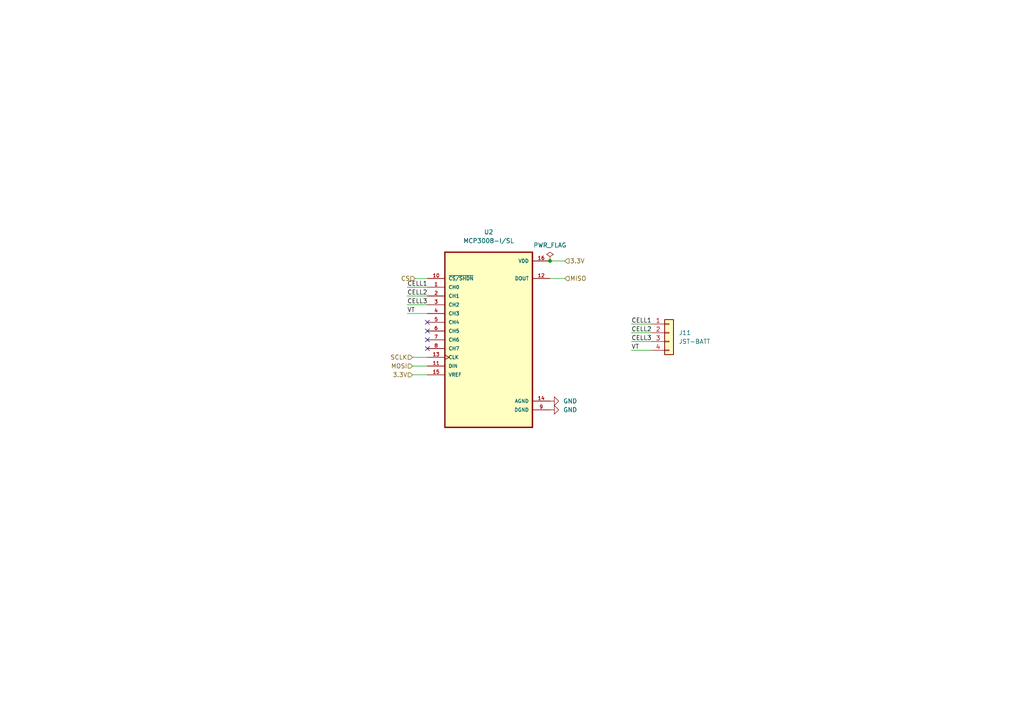
<source format=kicad_sch>
(kicad_sch (version 20211123) (generator eeschema)
  (paper "A4")
  (lib_symbols
    (symbol "24V_Li_batt:Conn_01x04" (pin_names (offset 1.016) hide)
      (property "Reference" "J" (at 0 5.08 0))
      (property "Value" "Conn_01x04" (at 0 -7.62 0))
      (symbol "Conn_01x04_1_1"
        (rectangle (start -1.27 -4.953) (end 0 -5.207) (stroke (width 0.1524)))
        (rectangle (start -1.27 -2.413) (end 0 -2.667) (stroke (width 0.1524)))
        (rectangle (start -1.27 0.127) (end 0 -0.127) (stroke (width 0.1524)))
        (rectangle (start -1.27 2.667) (end 0 2.413) (stroke (width 0.1524)))
        (rectangle (start -1.27 3.81) (end 1.27 -6.35) (stroke (width 0.254)) (fill (type background)))
        (pin passive line (at -5.08 2.54 0) (length 3.81) (name "Pin_1") (number "1"))
        (pin passive line (at -5.08 0 0) (length 3.81) (name "Pin_2") (number "2"))
        (pin passive line (at -5.08 -2.54 0) (length 3.81) (name "Pin_3") (number "3"))
        (pin passive line (at -5.08 -5.08 0) (length 3.81) (name "Pin_4") (number "4"))
      )
    )
    (symbol "MCP3008-I_SL:MCP3008-I{slash}SL" (pin_names (offset 1.016))
      (property "Reference" "U" (at -12.7 26.3906 0))
      (property "Value" "MCP3008-I{slash}SL" (at -12.7 -29.3878 0))
      (symbol "MCP3008-I{slash}SL_0_0"
        (rectangle (start -12.7 -25.4) (end 12.7 25.4) (stroke (width 0.4064)) (fill (type background)))
        (pin input line (at -17.78 15.24 0) (length 5.08) (name "CH0") (number "1"))
        (pin input line (at -17.78 17.78 0) (length 5.08) (name "~{CS/SHDN}") (number "10"))
        (pin input line (at -17.78 -7.62 0) (length 5.08) (name "DIN") (number "11"))
        (pin output line (at 17.78 17.78 180) (length 5.08) (name "DOUT") (number "12"))
        (pin input clock (at -17.78 -5.08 0) (length 5.08) (name "CLK") (number "13"))
        (pin power_in line (at 17.78 -17.78 180) (length 5.08) (name "AGND") (number "14"))
        (pin input line (at -17.78 -10.16 0) (length 5.08) (name "VREF") (number "15"))
        (pin power_in line (at 17.78 22.86 180) (length 5.08) (name "VDD") (number "16"))
        (pin input line (at -17.78 12.7 0) (length 5.08) (name "CH1") (number "2"))
        (pin input line (at -17.78 10.16 0) (length 5.08) (name "CH2") (number "3"))
        (pin input line (at -17.78 7.62 0) (length 5.08) (name "CH3") (number "4"))
        (pin input line (at -17.78 5.08 0) (length 5.08) (name "CH4") (number "5"))
        (pin input line (at -17.78 2.54 0) (length 5.08) (name "CH5") (number "6"))
        (pin input line (at -17.78 0 0) (length 5.08) (name "CH6") (number "7"))
        (pin input line (at -17.78 -2.54 0) (length 5.08) (name "CH7") (number "8"))
        (pin power_in line (at 17.78 -20.32 180) (length 5.08) (name "DGND") (number "9"))
      )
    )
    (symbol "power:GND" (power) (pin_names (offset 0))
      (property "Value" "GND" (at 0 -3.81 0))
      (symbol "GND_0_1"
        (polyline (pts (xy 0 0) (xy 0 -1.27) (xy 1.27 -1.27) (xy 0 -2.54) (xy -1.27 -1.27) (xy 0 -1.27)))
      )
      (symbol "GND_1_1"
        (pin power_in line (at 0 0 270) (length 0) hide (name "GND") (number "1"))
      )
    )
    (symbol "power:PWR_FLAG" (power) (pin_numbers hide) (pin_names (offset 0) hide)
      (property "Value" "PWR_FLAG" (at 0 3.81 0))
      (symbol "PWR_FLAG_0_0"
        (pin power_out line (at 0 0 90) (length 0) (name "pwr") (number "1"))
      )
      (symbol "PWR_FLAG_0_1"
        (polyline (pts (xy 0 0) (xy 0 1.27) (xy -1.016 1.905) (xy 0 2.54) (xy 1.016 1.905) (xy 0 1.27)))
      )
    )
  )
  (junction (at 159.512 75.692))
  (no_connect (at 123.952 96.012))
  (no_connect (at 123.952 98.552))
  (no_connect (at 123.952 101.092))
  (no_connect (at 123.952 93.472))
  (wire (pts (xy 183.134 93.98) (xy 188.976 93.98)))
  (wire (pts (xy 120.396 80.772) (xy 123.952 80.772)))
  (wire (pts (xy 118.11 90.932) (xy 123.952 90.932)))
  (wire (pts (xy 118.11 88.392) (xy 123.952 88.392)))
  (wire (pts (xy 119.634 106.172) (xy 123.952 106.172)))
  (wire (pts (xy 183.134 101.6) (xy 188.976 101.6)))
  (wire (pts (xy 123.952 108.712) (xy 119.634 108.712)))
  (wire (pts (xy 159.512 80.772) (xy 163.83 80.772)))
  (wire (pts (xy 118.11 83.312) (xy 123.952 83.312)))
  (wire (pts (xy 183.134 99.06) (xy 188.976 99.06)))
  (wire (pts (xy 118.11 85.852) (xy 123.952 85.852)))
  (wire (pts (xy 119.634 103.632) (xy 123.952 103.632)))
  (wire (pts (xy 183.134 96.52) (xy 188.976 96.52)))
  (wire (pts (xy 159.512 75.692) (xy 163.83 75.692)))
  (label "VT" (at 118.11 90.932 0))
  (label "CELL2" (at 118.11 85.852 0))
  (label "CELL1" (at 183.134 93.98 0))
  (label "CELL3" (at 183.134 99.06 0))
  (label "CELL2" (at 183.134 96.52 0))
  (label "CELL3" (at 118.11 88.392 0))
  (label "VT" (at 183.134 101.6 0))
  (label "CELL1" (at 118.11 83.312 0))
  (hierarchical_label "MISO" (shape input) (at 163.83 80.772 0))
  (hierarchical_label "3.3V" (shape input) (at 119.634 108.712 180))
  (hierarchical_label "MOSI" (shape input) (at 119.634 106.172 180))
  (hierarchical_label "3.3V" (shape input) (at 163.83 75.692 0))
  (hierarchical_label "SCLK" (shape input) (at 119.634 103.632 180))
  (hierarchical_label "CS" (shape input) (at 120.396 80.772 180))
  (symbol (lib_id "power:GND") (at 159.512 116.332 90) (unit 1)
    (property "Reference" "#PWR0110" (effects hide))
    (property "Value" "GND" (at 163.322 116.3319 90) (effects (justify right)))
  )
  (symbol (lib_id "power:GND") (at 159.512 118.872 90) (unit 1)
    (property "Reference" "#PWR0109" (effects hide))
    (property "Value" "GND" (at 163.322 118.8719 90) (effects (justify right)))
  )
  (symbol (lib_id "MCP3008-I_SL:MCP3008-I{slash}SL") (at 141.732 98.552 0) (unit 1)
    (property "Reference" "U2" (at 141.732 67.31 0))
    (property "Value" "MCP3008-I/SL" (at 141.732 69.85 0))
    (property "Footprint" "cube:SOIC127P600X175-16N" (effects hide))
    (property "Datasheet" "https://ww1.microchip.com/downloads/en/DeviceDoc/21295d.pdf\\" (effects hide))
  )
  (symbol (lib_id "power:PWR_FLAG") (at 159.512 75.692 0) (unit 1)
    (property "Reference" "#FLG0101" (effects hide))
    (property "Value" "PWR_FLAG" (at 159.512 71.12 0))
  )
  (symbol (lib_id "24V_Li_batt:Conn_01x04") (at 194.056 96.52 0) (unit 1)
    (property "Reference" "J11" (at 196.85 96.5199 0) (effects (justify left)))
    (property "Value" "JST-BATT" (at 196.85 99.0599 0) (effects (justify left)))
    (property "Footprint" "Connector_PinHeader_2.54mm:PinHeader_1x04_P2.54mm_Vertical" (effects hide))
  )
)
</source>
